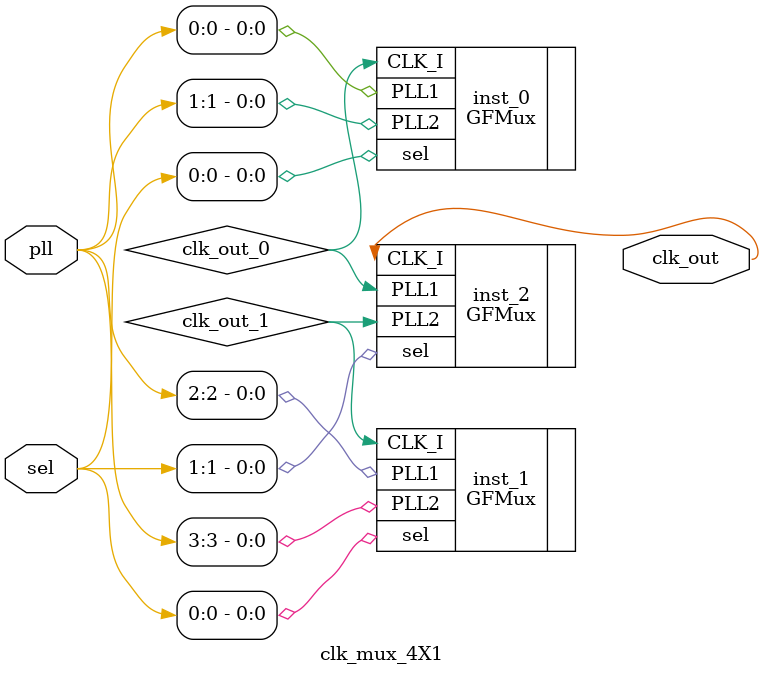
<source format=sv>
module clk_mux_4X1(input logic [1:0] sel,
                                    input logic [3:0] pll,
                                    output logic clk_out);

    logic clk_out_0;
    logic clk_out_1;

    GFMux inst_0 (.sel(sel[0]), .PLL1(pll[0]), .PLL2(pll[1]), .CLK_I(clk_out_0));


    GFMux inst_1 (.sel(sel[0]), .PLL1(pll[2]), .PLL2(pll[3]), .CLK_I(clk_out_1));


    GFMux inst_2 (.sel(sel[1]), .PLL1(clk_out_0), .PLL2(clk_out_1), .CLK_I(clk_out));

endmodule

</source>
